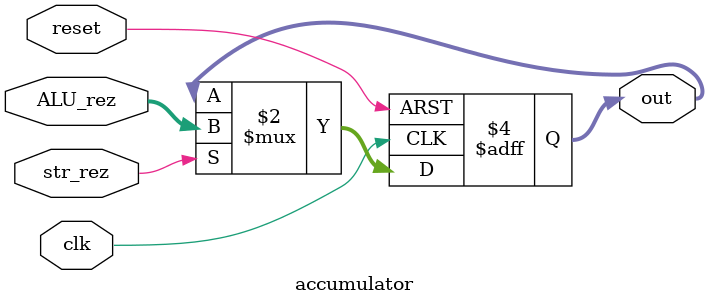
<source format=v>
module accumulator(
    input [15:0] ALU_rez,
    input reset, clk,
    input str_rez,
    output reg [15:0] out
);

    always @(posedge clk, posedge reset) begin
        #4;
        if(reset)           out <= 16'h0000;
	    else if(str_rez)    out <= ALU_rez;
    end

endmodule

</source>
